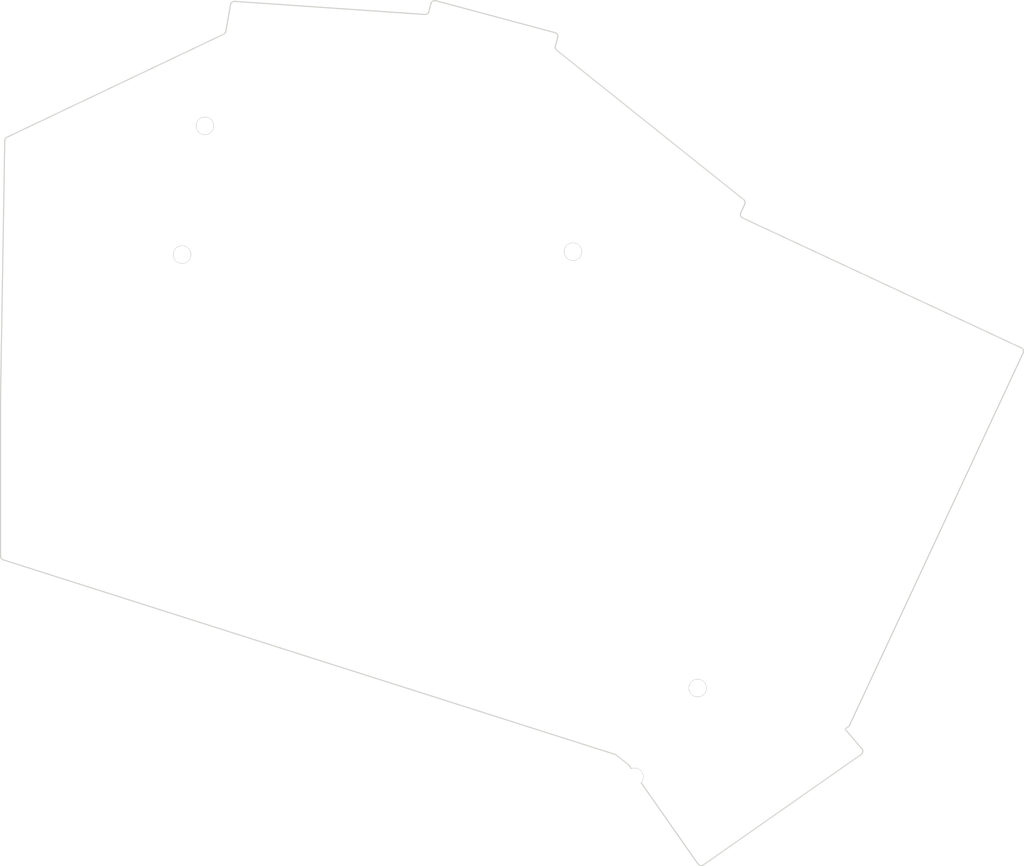
<source format=kicad_pcb>
(kicad_pcb (version 20240108) (generator "pcbnew") (generator_version "8.0")
  (title_block (title "backplate") (date "2025-05-19") (rev "0.2") (company "finn-e"))
  (layers (0 "F.Cu" signal) (31 "B.Cu" signal) (34 "B.Paste" user) (35 "F.Paste" user) (36 "B.SilkS" user "B.Silkscreen") (37 "F.SilkS" user "F.Silkscreen") (38 "B.Mask" user) (39 "F.Mask" user) (44 "Edge.Cuts" user))
  (net 0 "")
  (footprint "ceoloide:mounting_hole_npth" (layer "F.Cu") (at 165.426557 72.684179 -25)
    (property "Reference" "MH3" (hide yes))
    (property "Value" "")
    (pad "" np_thru_hole circle (at 0 0 335) (size 2.2 2.2) (drill 2.2) (layers "*.Cu" "*.Mask"))
  )
  (footprint "ceoloide:mounting_hole_npth" (layer "F.Cu") (at 114.61274 73.066301 -10)
    (property "Reference" "MH2" (hide yes))
    (property "Value" "")
    (pad "" np_thru_hole circle (at 0 0 350) (size 2.2 2.2) (drill 2.2) (layers "*.Cu" "*.Mask"))
  )
  (footprint "ceoloide:mounting_hole_npth" (layer "F.Cu") (at 173.428752 140.971233 35)
    (property "Reference" "MH4" (hide yes))
    (property "Value" "")
    (pad "" np_thru_hole circle (at 0 0 35) (size 2.2 2.2) (drill 2.2) (layers "*.Cu" "*.Mask"))
  )
  (footprint "ceoloide:mounting_hole_npth" (layer "F.Cu") (at 117.564759 56.324569 -10)
    (property "Reference" "MH1" (hide yes))
    (property "Value" "")
    (pad "" np_thru_hole circle (at 0 0 350) (size 2.2 2.2) (drill 2.2) (layers "*.Cu" "*.Mask"))
  )
  (footprint "ceoloide:mounting_hole_npth" (layer "F.Cu") (at 181.636504 129.430307 35)
    (property "Reference" "MH5" (hide yes))
    (property "Value" "")
    (pad "" np_thru_hole circle (at 0 0 35) (size 2.2 2.2) (drill 2.2) (layers "*.Cu" "*.Mask"))
  )
  (gr_line (start 163.442909 44.823115) (end 163.135189 45.971542) (stroke (width 0.15)) (layer "Edge.Cuts"))
  (gr_circle (center 165.426557 72.684179) (end 166.526557 72.684179) (stroke (width 0.15)) (fill none) (layer "Edge.Cuts"))
  (gr_arc (start 172.625965 139.397557) (mid 172.677941 139.44571) (end 172.722594 139.500723) (stroke (width 0.15)) (layer "Edge.Cuts"))
  (gr_arc (start 120.288969 44.042126) (mid 120.194379 44.258182) (end 120.011276 44.406854) (stroke (width 0.15)) (layer "Edge.Cuts"))
  (gr_line (start 91 112.284329) (end 91 91.274123) (stroke (width 0.15)) (layer "Edge.Cuts"))
  (gr_arc (start 91.348475 112.760816) (mid 91.096404 112.57949) (end 91 112.284329) (stroke (width 0.15)) (layer "Edge.Cuts"))
  (gr_circle (center 114.61274 73.066301) (end 115.71274 73.066301) (stroke (width 0.15)) (fill none) (layer "Edge.Cuts"))
  (gr_line (start 172.625965 139.397557) (end 171.067726 138.147034) (stroke (width 0.15)) (layer "Edge.Cuts"))
  (gr_arc (start 223.715766 85.194371) (mid 223.97431 85.47651) (end 223.957611 85.858834) (stroke (width 0.15)) (layer "Edge.Cuts"))
  (gr_line (start 121.430666 40.142542) (end 146.1669 41.845285) (stroke (width 0.15)) (layer "Edge.Cuts"))
  (gr_arc (start 201.378374 134.280163) (mid 201.308251 134.390257) (end 201.212008 134.47843) (stroke (width 0.15)) (layer "Edge.Cuts"))
  (gr_arc (start 146.6842 41.475874) (mid 146.49182 41.753399) (end 146.1669 41.845285) (stroke (width 0.15)) (layer "Edge.Cuts"))
  (gr_arc (start 187.620104 65.91581) (mid 187.79485 66.192373) (end 187.761176 66.517765) (stroke (width 0.15)) (layer "Edge.Cuts"))
  (gr_arc (start 163.306069 46.491598) (mid 163.143177 46.25703) (end 163.135189 45.971542) (stroke (width 0.15)) (layer "Edge.Cuts"))
  (gr_line (start 202.90401 138.060524) (end 182.38488 152.428173) (stroke (width 0.15)) (layer "Edge.Cuts"))
  (gr_arc (start 187.482487 68.298515) (mid 187.223976 68.016373) (end 187.240642 67.634052) (stroke (width 0.15)) (layer "Edge.Cuts"))
  (gr_line (start 147.582383 40.055661) (end 163.089356 44.210742) (stroke (width 0.15)) (layer "Edge.Cuts"))
  (gr_arc (start 173.033475 139.944707) (mid 174.329856 140.340274) (end 174.258178 141.693764) (stroke (width 0.15)) (layer "Edge.Cuts"))
  (gr_line (start 146.6842 41.475874) (end 146.97001 40.409215) (stroke (width 0.15)) (layer "Edge.Cuts"))
  (gr_arc (start 120.903925 40.554538) (mid 121.088296 40.247558) (end 121.430666 40.142542) (stroke (width 0.15)) (layer "Edge.Cuts"))
  (gr_line (start 181.688516 152.305386) (end 174.258178 141.693764) (stroke (width 0.15)) (layer "Edge.Cuts"))
  (gr_arc (start 146.97001 40.409215) (mid 147.202968 40.105583) (end 147.582383 40.055661) (stroke (width 0.15)) (layer "Edge.Cuts"))
  (gr_line (start 187.240642 67.634052) (end 187.761176 66.517765) (stroke (width 0.15)) (layer "Edge.Cuts"))
  (gr_arc (start 91.544883 58.250115) (mid 91.624344 57.98784) (end 91.830104 57.806812) (stroke (width 0.15)) (layer "Edge.Cuts"))
  (gr_arc (start 91 91.274123) (mid 91.000017 91.269998) (end 91.000068 91.265873) (stroke (width 0.15)) (layer "Edge.Cuts"))
  (gr_line (start 170.906304 138.060501) (end 91.348475 112.760816) (stroke (width 0.15)) (layer "Edge.Cuts"))
  (gr_line (start 200.805688 134.762939) (end 202.997243 137.326011) (stroke (width 0.15)) (layer "Edge.Cuts"))
  (gr_line (start 91.000068 91.265873) (end 91.544883 58.250115) (stroke (width 0.15)) (layer "Edge.Cuts"))
  (gr_line (start 201.212009 134.47843) (end 200.805688 134.762939) (stroke (width 0.15)) (layer "Edge.Cuts"))
  (gr_line (start 173.033475 139.944707) (end 172.722594 139.500723) (stroke (width 0.15)) (layer "Edge.Cuts"))
  (gr_line (start 91.830104 57.806812) (end 120.011276 44.406854) (stroke (width 0.15)) (layer "Edge.Cuts"))
  (gr_circle (center 181.636504 129.430307) (end 182.736504 129.430307) (stroke (width 0.15)) (fill none) (layer "Edge.Cuts"))
  (gr_arc (start 202.997243 137.326011) (mid 203.113202 137.713889) (end 202.90401 138.060524) (stroke (width 0.15)) (layer "Edge.Cuts"))
  (gr_arc (start 163.089356 44.210742) (mid 163.392929 44.443713) (end 163.442909 44.823115) (stroke (width 0.15)) (layer "Edge.Cuts"))
  (gr_line (start 120.288969 44.042126) (end 120.903925 40.554537) (stroke (width 0.15)) (layer "Edge.Cuts"))
  (gr_circle (center 117.564759 56.324569) (end 118.664759 56.324569) (stroke (width 0.15)) (fill none) (layer "Edge.Cuts"))
  (gr_arc (start 170.906304 138.060501) (mid 170.991013 138.09631) (end 171.067726 138.147034) (stroke (width 0.15)) (layer "Edge.Cuts"))
  (gr_line (start 163.306069 46.491598) (end 187.620105 65.91581) (stroke (width 0.15)) (layer "Edge.Cuts"))
  (gr_arc (start 182.38488 152.428173) (mid 182.011272 152.510996) (end 181.688516 152.305386) (stroke (width 0.15)) (layer "Edge.Cuts"))
  (gr_line (start 187.482487 68.298515) (end 223.715766 85.194371) (stroke (width 0.15)) (layer "Edge.Cuts"))
  (gr_line (start 223.957611 85.858834) (end 201.378374 134.280163) (stroke (width 0.15)) (layer "Edge.Cuts"))
)
</source>
